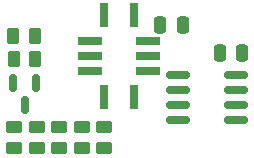
<source format=gbr>
%TF.GenerationSoftware,KiCad,Pcbnew,(6.0.0)*%
%TF.CreationDate,2022-05-15T17:50:44-05:00*%
%TF.ProjectId,MiCS_Sensor,4d694353-5f53-4656-9e73-6f722e6b6963,rev?*%
%TF.SameCoordinates,Original*%
%TF.FileFunction,Paste,Top*%
%TF.FilePolarity,Positive*%
%FSLAX46Y46*%
G04 Gerber Fmt 4.6, Leading zero omitted, Abs format (unit mm)*
G04 Created by KiCad (PCBNEW (6.0.0)) date 2022-05-15 17:50:44*
%MOMM*%
%LPD*%
G01*
G04 APERTURE LIST*
G04 Aperture macros list*
%AMRoundRect*
0 Rectangle with rounded corners*
0 $1 Rounding radius*
0 $2 $3 $4 $5 $6 $7 $8 $9 X,Y pos of 4 corners*
0 Add a 4 corners polygon primitive as box body*
4,1,4,$2,$3,$4,$5,$6,$7,$8,$9,$2,$3,0*
0 Add four circle primitives for the rounded corners*
1,1,$1+$1,$2,$3*
1,1,$1+$1,$4,$5*
1,1,$1+$1,$6,$7*
1,1,$1+$1,$8,$9*
0 Add four rect primitives between the rounded corners*
20,1,$1+$1,$2,$3,$4,$5,0*
20,1,$1+$1,$4,$5,$6,$7,0*
20,1,$1+$1,$6,$7,$8,$9,0*
20,1,$1+$1,$8,$9,$2,$3,0*%
G04 Aperture macros list end*
%ADD10RoundRect,0.150000X-0.150000X0.587500X-0.150000X-0.587500X0.150000X-0.587500X0.150000X0.587500X0*%
%ADD11RoundRect,0.250000X-0.450000X0.262500X-0.450000X-0.262500X0.450000X-0.262500X0.450000X0.262500X0*%
%ADD12RoundRect,0.250000X0.250000X0.475000X-0.250000X0.475000X-0.250000X-0.475000X0.250000X-0.475000X0*%
%ADD13RoundRect,0.250000X-0.262500X-0.450000X0.262500X-0.450000X0.262500X0.450000X-0.262500X0.450000X0*%
%ADD14RoundRect,0.250000X-0.250000X-0.475000X0.250000X-0.475000X0.250000X0.475000X-0.250000X0.475000X0*%
%ADD15R,2.000000X0.700000*%
%ADD16R,0.700000X2.000000*%
%ADD17RoundRect,0.150000X-0.825000X-0.150000X0.825000X-0.150000X0.825000X0.150000X-0.825000X0.150000X0*%
G04 APERTURE END LIST*
D10*
%TO.C,Q1*%
X150321900Y-81254300D03*
X148421900Y-81254300D03*
X149371900Y-83129300D03*
%TD*%
D11*
%TO.C,R4*%
X152320000Y-84937500D03*
X152320000Y-86762500D03*
%TD*%
D12*
%TO.C,C2*%
X167810000Y-78710000D03*
X165910000Y-78710000D03*
%TD*%
D13*
%TO.C,R7*%
X148457500Y-79220000D03*
X150282500Y-79220000D03*
%TD*%
D14*
%TO.C,C1*%
X160870000Y-76330000D03*
X162770000Y-76330000D03*
%TD*%
D11*
%TO.C,R5*%
X154220000Y-84937500D03*
X154220000Y-86762500D03*
%TD*%
D15*
%TO.C,U1*%
X154910000Y-77680000D03*
X154910000Y-78950000D03*
X154910000Y-80220000D03*
D16*
X156090000Y-82400000D03*
X158630000Y-82400000D03*
D15*
X159810000Y-80220000D03*
X159810000Y-78950000D03*
X159810000Y-77680000D03*
D16*
X158630000Y-75500000D03*
X156090000Y-75500000D03*
%TD*%
D11*
%TO.C,R1*%
X150420000Y-84937500D03*
X150420000Y-86762500D03*
%TD*%
D17*
%TO.C,U2*%
X162365000Y-80535000D03*
X162365000Y-81805000D03*
X162365000Y-83075000D03*
X162365000Y-84345000D03*
X167315000Y-84345000D03*
X167315000Y-83075000D03*
X167315000Y-81805000D03*
X167315000Y-80535000D03*
%TD*%
D13*
%TO.C,R2*%
X148435900Y-77238800D03*
X150260900Y-77238800D03*
%TD*%
D11*
%TO.C,R6*%
X156120000Y-84937500D03*
X156120000Y-86762500D03*
%TD*%
%TO.C,R3*%
X148510000Y-84937500D03*
X148510000Y-86762500D03*
%TD*%
M02*

</source>
